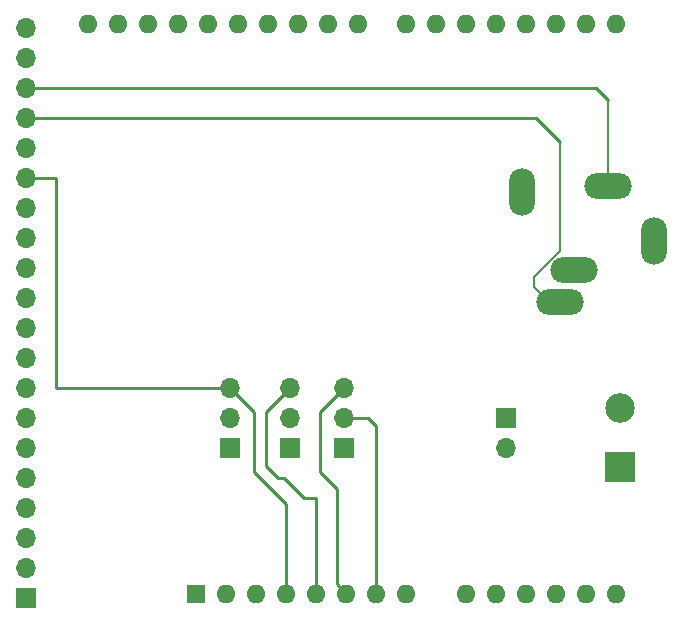
<source format=gtl>
G04 #@! TF.FileFunction,Copper,L1,Top,Signal*
%FSLAX46Y46*%
G04 Gerber Fmt 4.6, Leading zero omitted, Abs format (unit mm)*
G04 Created by KiCad (PCBNEW 4.0.7) date Thursday, May 17, 2018 'AMt' 08:01:50 AM*
%MOMM*%
%LPD*%
G01*
G04 APERTURE LIST*
%ADD10C,0.100000*%
%ADD11R,1.700000X1.700000*%
%ADD12O,1.700000X1.700000*%
%ADD13R,2.500000X2.500000*%
%ADD14C,2.500000*%
%ADD15O,1.600000X1.600000*%
%ADD16R,1.600000X1.600000*%
%ADD17O,4.000000X2.200000*%
%ADD18O,2.200000X4.000000*%
%ADD19C,0.250000*%
%ADD20C,0.152400*%
G04 APERTURE END LIST*
D10*
D11*
X131064000Y-132278564D03*
D12*
X131064000Y-129738564D03*
X131064000Y-127198564D03*
X131064000Y-124658564D03*
X131064000Y-122118564D03*
X131064000Y-119578564D03*
X131064000Y-117038564D03*
X131064000Y-114498564D03*
X131064000Y-111958564D03*
X131064000Y-109418564D03*
X131064000Y-106878564D03*
X131064000Y-104338564D03*
X131064000Y-101798564D03*
X131064000Y-99258564D03*
X131064000Y-96718564D03*
X131064000Y-94178564D03*
X131064000Y-91638564D03*
X131064000Y-89098564D03*
X131064000Y-86558564D03*
X131064000Y-84018564D03*
D13*
X181356000Y-121182564D03*
D14*
X181356000Y-116182564D03*
D11*
X148336000Y-119578564D03*
D12*
X148336000Y-117038564D03*
X148336000Y-114498564D03*
D11*
X171704000Y-117038564D03*
D12*
X171704000Y-119578564D03*
D11*
X153416000Y-119578564D03*
D12*
X153416000Y-117038564D03*
X153416000Y-114498564D03*
D11*
X157988000Y-119578564D03*
D12*
X157988000Y-117038564D03*
X157988000Y-114498564D03*
D15*
X136313100Y-83662964D03*
X138853100Y-83662964D03*
D16*
X145453100Y-131922964D03*
D15*
X175933100Y-83662964D03*
X147993100Y-131922964D03*
X173393100Y-83662964D03*
X150533100Y-131922964D03*
X170853100Y-83662964D03*
X153073100Y-131922964D03*
X168313100Y-83662964D03*
X155613100Y-131922964D03*
X165773100Y-83662964D03*
X158153100Y-131922964D03*
X163233100Y-83662964D03*
X160693100Y-131922964D03*
X159173100Y-83662964D03*
X163233100Y-131922964D03*
X156633100Y-83662964D03*
X168313100Y-131922964D03*
X154093100Y-83662964D03*
X170853100Y-131922964D03*
X151553100Y-83662964D03*
X173393100Y-131922964D03*
X149013100Y-83662964D03*
X175933100Y-131922964D03*
X146473100Y-83662964D03*
X178473100Y-131922964D03*
X143933100Y-83662964D03*
X181013100Y-131922964D03*
X141393100Y-83662964D03*
X181013100Y-83662964D03*
X178473100Y-83662964D03*
D17*
X180340000Y-97409000D03*
D18*
X173040000Y-97909000D03*
D17*
X177440000Y-104509000D03*
X176240000Y-107209000D03*
D18*
X184240000Y-102009000D03*
D19*
X133604000Y-114498564D02*
X148336000Y-114498564D01*
X133604000Y-96718564D02*
X133604000Y-114498564D01*
X131064000Y-96718564D02*
X133604000Y-96718564D01*
X150368000Y-121610564D02*
X150368000Y-116530564D01*
X150368000Y-116530564D02*
X148336000Y-114498564D01*
X153073100Y-124315664D02*
X150368000Y-121610564D01*
X153073100Y-131922964D02*
X153073100Y-124315664D01*
D20*
X176240000Y-93634564D02*
X176240000Y-102930062D01*
X176240000Y-102930062D02*
X174087600Y-105082462D01*
X174087600Y-105082462D02*
X174087600Y-105956600D01*
X174087600Y-105956600D02*
X175340000Y-107209000D01*
X175340000Y-107209000D02*
X176240000Y-107209000D01*
X175211390Y-106180390D02*
X176240000Y-107209000D01*
D19*
X176240000Y-93634564D02*
X174244000Y-91638564D01*
X174244000Y-91638564D02*
X131064000Y-91638564D01*
D20*
X180340000Y-90114564D02*
X180340000Y-97409000D01*
D19*
X180340000Y-90114564D02*
X179324000Y-89098564D01*
X179324000Y-89098564D02*
X131064000Y-89098564D01*
X160020000Y-117038564D02*
X160693100Y-117711664D01*
X160693100Y-117711664D02*
X160693100Y-131922964D01*
X157988000Y-117038564D02*
X160020000Y-117038564D01*
X151384000Y-121102564D02*
X151384000Y-116530564D01*
X151384000Y-116530564D02*
X153416000Y-114498564D01*
X152400000Y-122118564D02*
X151384000Y-121102564D01*
X152908000Y-122118564D02*
X152400000Y-122118564D01*
X155613100Y-123807664D02*
X154597100Y-123807664D01*
X154597100Y-123807664D02*
X152908000Y-122118564D01*
X155613100Y-131922964D02*
X155613100Y-123807664D01*
X155956000Y-121610564D02*
X155956000Y-116530564D01*
X155956000Y-116530564D02*
X157988000Y-114498564D01*
X157353101Y-123007665D02*
X155956000Y-121610564D01*
X158153100Y-131922964D02*
X157353101Y-131122965D01*
X157353101Y-131122965D02*
X157353101Y-123007665D01*
M02*

</source>
